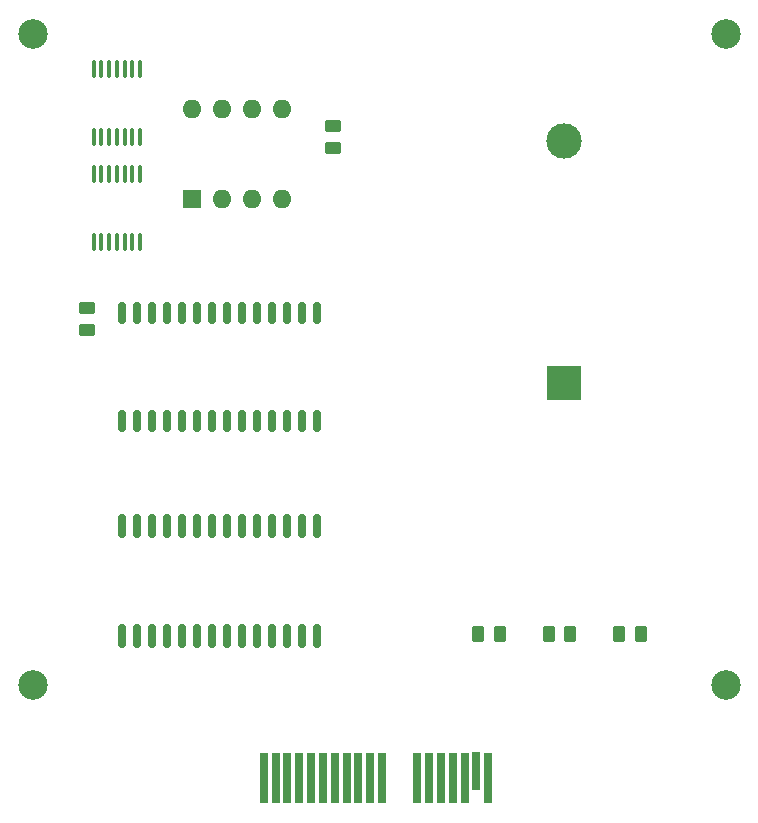
<source format=gbr>
%TF.GenerationSoftware,KiCad,Pcbnew,(6.0.0-0)*%
%TF.CreationDate,2022-01-09T00:32:35-05:00*%
%TF.ProjectId,ROM-Cartridge,524f4d2d-4361-4727-9472-696467652e6b,rev?*%
%TF.SameCoordinates,Original*%
%TF.FileFunction,Soldermask,Top*%
%TF.FilePolarity,Negative*%
%FSLAX46Y46*%
G04 Gerber Fmt 4.6, Leading zero omitted, Abs format (unit mm)*
G04 Created by KiCad (PCBNEW (6.0.0-0)) date 2022-01-09 00:32:35*
%MOMM*%
%LPD*%
G01*
G04 APERTURE LIST*
G04 Aperture macros list*
%AMRoundRect*
0 Rectangle with rounded corners*
0 $1 Rounding radius*
0 $2 $3 $4 $5 $6 $7 $8 $9 X,Y pos of 4 corners*
0 Add a 4 corners polygon primitive as box body*
4,1,4,$2,$3,$4,$5,$6,$7,$8,$9,$2,$3,0*
0 Add four circle primitives for the rounded corners*
1,1,$1+$1,$2,$3*
1,1,$1+$1,$4,$5*
1,1,$1+$1,$6,$7*
1,1,$1+$1,$8,$9*
0 Add four rect primitives between the rounded corners*
20,1,$1+$1,$2,$3,$4,$5,0*
20,1,$1+$1,$4,$5,$6,$7,0*
20,1,$1+$1,$6,$7,$8,$9,0*
20,1,$1+$1,$8,$9,$2,$3,0*%
G04 Aperture macros list end*
%ADD10RoundRect,0.100000X0.100000X-0.637500X0.100000X0.637500X-0.100000X0.637500X-0.100000X-0.637500X0*%
%ADD11RoundRect,0.250000X-0.262500X-0.450000X0.262500X-0.450000X0.262500X0.450000X-0.262500X0.450000X0*%
%ADD12R,1.600000X1.600000*%
%ADD13O,1.600000X1.600000*%
%ADD14RoundRect,0.250000X0.450000X-0.262500X0.450000X0.262500X-0.450000X0.262500X-0.450000X-0.262500X0*%
%ADD15R,0.700000X4.300000*%
%ADD16R,0.700000X3.200000*%
%ADD17C,2.500000*%
%ADD18R,3.000000X3.000000*%
%ADD19C,3.000000*%
%ADD20RoundRect,0.150000X0.150000X-0.800000X0.150000X0.800000X-0.150000X0.800000X-0.150000X-0.800000X0*%
%ADD21RoundRect,0.150000X-0.150000X0.800000X-0.150000X-0.800000X0.150000X-0.800000X0.150000X0.800000X0*%
%ADD22RoundRect,0.150000X0.150000X-0.875000X0.150000X0.875000X-0.150000X0.875000X-0.150000X-0.875000X0*%
G04 APERTURE END LIST*
D10*
%TO.C,U6*%
X97110000Y-78046500D03*
X97760000Y-78046500D03*
X98410000Y-78046500D03*
X99060000Y-78046500D03*
X99710000Y-78046500D03*
X100360000Y-78046500D03*
X101010000Y-78046500D03*
X101010000Y-72321500D03*
X100360000Y-72321500D03*
X99710000Y-72321500D03*
X99060000Y-72321500D03*
X98410000Y-72321500D03*
X97760000Y-72321500D03*
X97110000Y-72321500D03*
%TD*%
D11*
%TO.C,R2*%
X129676166Y-111252000D03*
X131501166Y-111252000D03*
%TD*%
D12*
%TO.C,U3*%
X105420000Y-74412000D03*
D13*
X107960000Y-74412000D03*
X110500000Y-74412000D03*
X113040000Y-74412000D03*
X113040000Y-66792000D03*
X110500000Y-66792000D03*
X107960000Y-66792000D03*
X105420000Y-66792000D03*
%TD*%
D10*
%TO.C,U4*%
X97110000Y-63431500D03*
X97760000Y-63431500D03*
X98410000Y-63431500D03*
X99060000Y-63431500D03*
X99710000Y-63431500D03*
X100360000Y-63431500D03*
X101010000Y-63431500D03*
X101010000Y-69156500D03*
X100360000Y-69156500D03*
X99710000Y-69156500D03*
X99060000Y-69156500D03*
X98410000Y-69156500D03*
X97760000Y-69156500D03*
X97110000Y-69156500D03*
%TD*%
D14*
%TO.C,R3*%
X96520000Y-85494500D03*
X96520000Y-83669500D03*
%TD*%
D15*
%TO.C,U2*%
X111506000Y-123444000D03*
X112506000Y-123444000D03*
X113506000Y-123444000D03*
X114506000Y-123444000D03*
X115506000Y-123444000D03*
X116506000Y-123444000D03*
X117506000Y-123444000D03*
X118506000Y-123444000D03*
X119506000Y-123444000D03*
X120506000Y-123444000D03*
X121506000Y-123444000D03*
X124506000Y-123444000D03*
X125506000Y-123444000D03*
X126506000Y-123444000D03*
X127506000Y-123444000D03*
X128506000Y-123444000D03*
D16*
X129506000Y-122894000D03*
D15*
X130506000Y-123444000D03*
%TD*%
D17*
%TO.C,REF\u002A\u002A*%
X150622000Y-60452000D03*
%TD*%
%TO.C,REF\u002A\u002A*%
X150622000Y-115570000D03*
%TD*%
D11*
%TO.C,R4*%
X141581500Y-111252000D03*
X143406500Y-111252000D03*
%TD*%
D17*
%TO.C,REF\u002A\u002A*%
X91948000Y-115570000D03*
%TD*%
D18*
%TO.C,BT1*%
X136906000Y-90030081D03*
D19*
X136906000Y-69540081D03*
%TD*%
D11*
%TO.C,R1*%
X135628832Y-111252000D03*
X137453832Y-111252000D03*
%TD*%
D17*
%TO.C,REF\u002A\u002A*%
X91948000Y-60452000D03*
%TD*%
D14*
%TO.C,R5*%
X117348000Y-70104000D03*
X117348000Y-68279000D03*
%TD*%
D20*
%TO.C,U5*%
X99501500Y-93246000D03*
X100771500Y-93246000D03*
X102041500Y-93246000D03*
X103311500Y-93246000D03*
X104581500Y-93246000D03*
X105851500Y-93246000D03*
X107121500Y-93246000D03*
X108391500Y-93246000D03*
X109661500Y-93246000D03*
X110931500Y-93246000D03*
X112201500Y-93246000D03*
X113471500Y-93246000D03*
D21*
X114741500Y-93246000D03*
X116011500Y-93246000D03*
X116011500Y-84046000D03*
X114741500Y-84046000D03*
D20*
X113471500Y-84046000D03*
X112201500Y-84046000D03*
X110931500Y-84046000D03*
X109661500Y-84046000D03*
X108391500Y-84046000D03*
X107121500Y-84046000D03*
X105851500Y-84046000D03*
X104581500Y-84046000D03*
X103311500Y-84046000D03*
X102041500Y-84046000D03*
X100771500Y-84046000D03*
X99501500Y-84046000D03*
%TD*%
D22*
%TO.C,U1*%
X99501500Y-111408000D03*
X100771500Y-111408000D03*
X102041500Y-111408000D03*
X103311500Y-111408000D03*
X104581500Y-111408000D03*
X105851500Y-111408000D03*
X107121500Y-111408000D03*
X108391500Y-111408000D03*
X109661500Y-111408000D03*
X110931500Y-111408000D03*
X112201500Y-111408000D03*
X113471500Y-111408000D03*
X114741500Y-111408000D03*
X116011500Y-111408000D03*
X116011500Y-102108000D03*
X114741500Y-102108000D03*
X113471500Y-102108000D03*
X112201500Y-102108000D03*
X110931500Y-102108000D03*
X109661500Y-102108000D03*
X108391500Y-102108000D03*
X107121500Y-102108000D03*
X105851500Y-102108000D03*
X104581500Y-102108000D03*
X103311500Y-102108000D03*
X102041500Y-102108000D03*
X100771500Y-102108000D03*
X99501500Y-102108000D03*
%TD*%
M02*

</source>
